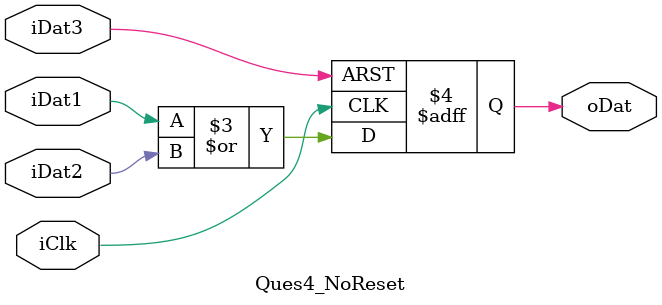
<source format=v>
module Ques4_NoReset(
	input iClk, iDat1, iDat2, iDat3,
	output reg oDat
);

	always@(posedge iClk or negedge iDat3)
	begin
		if(!iDat3)
			oDat<=0;
		else
			oDat<= iDat1 | iDat2;
	end
	
endmodule

</source>
